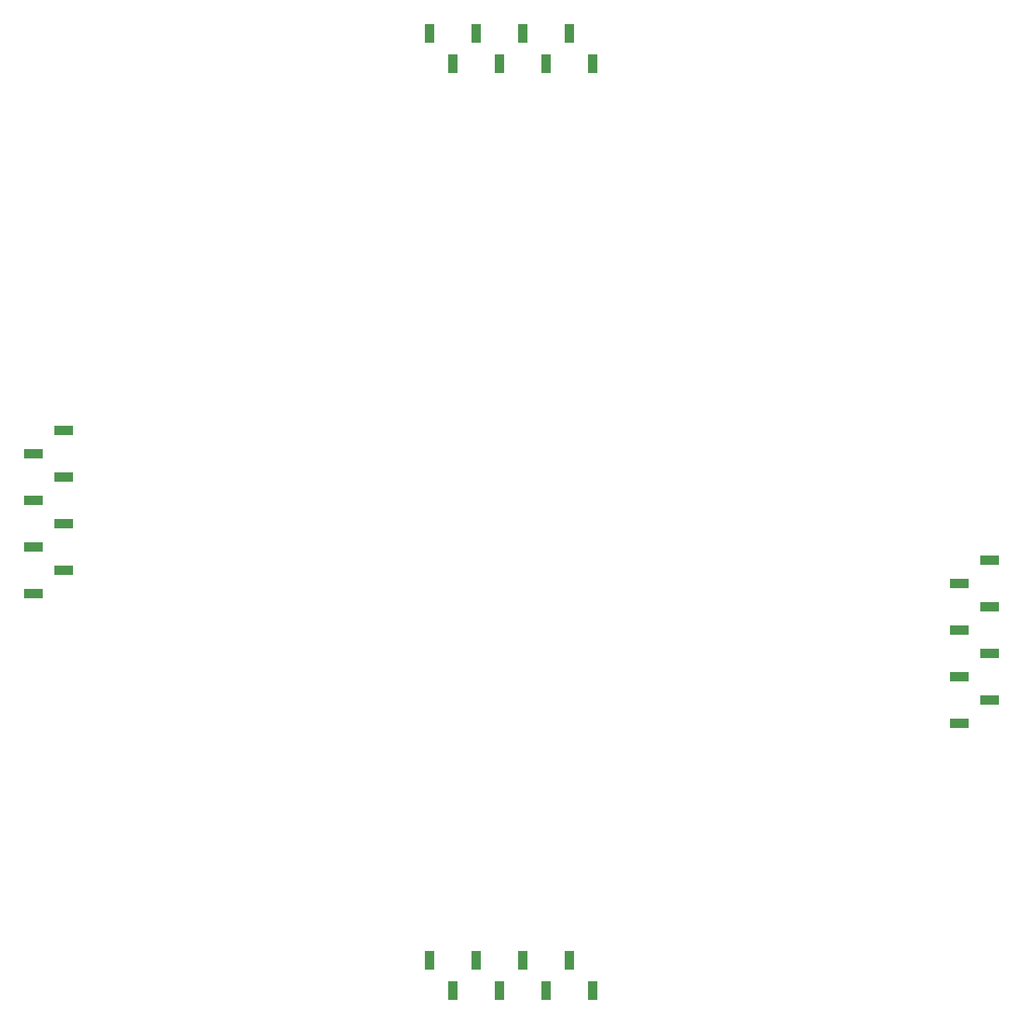
<source format=gbr>
G04 EAGLE Gerber RS-274X export*
G75*
%MOMM*%
%FSLAX34Y34*%
%LPD*%
%INBottom Copper*%
%IPPOS*%
%AMOC8*
5,1,8,0,0,1.08239X$1,22.5*%
G01*
%ADD10R,1.000000X2.000000*%
%ADD11R,2.000000X1.000000*%


D10*
X536600Y78500D03*
X587400Y78500D03*
X638200Y78500D03*
X689000Y78500D03*
X511200Y111500D03*
X562000Y111500D03*
X612800Y111500D03*
X663600Y111500D03*
X536600Y1088500D03*
X587400Y1088500D03*
X638200Y1088500D03*
X689000Y1088500D03*
X511200Y1121500D03*
X562000Y1121500D03*
X612800Y1121500D03*
X663600Y1121500D03*
D11*
X1121500Y395100D03*
X1121500Y445900D03*
X1121500Y496700D03*
X1121500Y547500D03*
X1088500Y369700D03*
X1088500Y420500D03*
X1088500Y471300D03*
X1088500Y522100D03*
X112500Y536100D03*
X112500Y586900D03*
X112500Y637700D03*
X112500Y688500D03*
X79500Y510700D03*
X79500Y561500D03*
X79500Y612300D03*
X79500Y663100D03*
M02*

</source>
